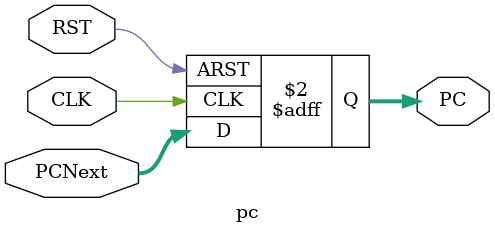
<source format=v>
module pc(
input wire CLK,
input wire RST,
input wire [31:0] PCNext,
output reg [31:0] PC
);

//A clock triggered block is used which will keep updating PC with PC_Next if reset is not active, if reset is active PC <= 0

always@(posedge CLK or posedge RST) begin //should we use synchronous or asynchronous reset
if(RST) begin //doubt -- should we use nRST or RST ?
PC <= 0;
end

else begin
PC <= PCNext;
end

end
endmodule

</source>
